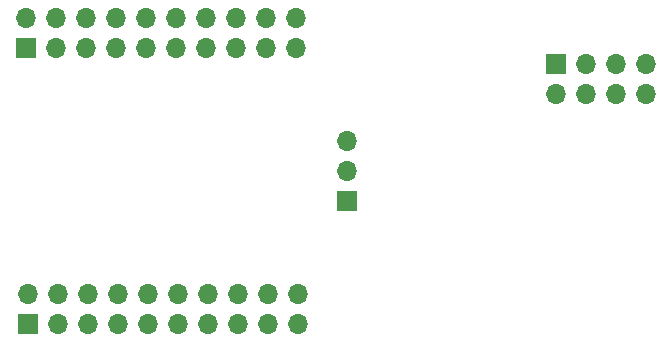
<source format=gbs>
G04 #@! TF.GenerationSoftware,KiCad,Pcbnew,(5.1.8)-1*
G04 #@! TF.CreationDate,2021-12-09T12:47:02+01:00*
G04 #@! TF.ProjectId,Prototyp,50726f74-6f74-4797-902e-6b696361645f,rev?*
G04 #@! TF.SameCoordinates,Original*
G04 #@! TF.FileFunction,Soldermask,Bot*
G04 #@! TF.FilePolarity,Negative*
%FSLAX46Y46*%
G04 Gerber Fmt 4.6, Leading zero omitted, Abs format (unit mm)*
G04 Created by KiCad (PCBNEW (5.1.8)-1) date 2021-12-09 12:47:02*
%MOMM*%
%LPD*%
G01*
G04 APERTURE LIST*
%ADD10O,1.700000X1.700000*%
%ADD11R,1.700000X1.700000*%
G04 APERTURE END LIST*
D10*
X243332000Y-109347000D03*
X243332000Y-106807000D03*
X240792000Y-109347000D03*
X240792000Y-106807000D03*
X238252000Y-109347000D03*
X238252000Y-106807000D03*
X235712000Y-109347000D03*
D11*
X235712000Y-106807000D03*
D10*
X218059000Y-113284000D03*
X218059000Y-115824000D03*
D11*
X218059000Y-118364000D03*
D10*
X213741000Y-102870000D03*
X213741000Y-105410000D03*
X211201000Y-102870000D03*
X211201000Y-105410000D03*
X208661000Y-102870000D03*
X208661000Y-105410000D03*
X206121000Y-102870000D03*
X206121000Y-105410000D03*
X203581000Y-102870000D03*
X203581000Y-105410000D03*
X201041000Y-102870000D03*
X201041000Y-105410000D03*
X198501000Y-102870000D03*
X198501000Y-105410000D03*
X195961000Y-102870000D03*
X195961000Y-105410000D03*
X193421000Y-102870000D03*
X193421000Y-105410000D03*
X190881000Y-102870000D03*
D11*
X190881000Y-105410000D03*
D10*
X213868000Y-126238000D03*
X213868000Y-128778000D03*
X211328000Y-126238000D03*
X211328000Y-128778000D03*
X208788000Y-126238000D03*
X208788000Y-128778000D03*
X206248000Y-126238000D03*
X206248000Y-128778000D03*
X203708000Y-126238000D03*
X203708000Y-128778000D03*
X201168000Y-126238000D03*
X201168000Y-128778000D03*
X198628000Y-126238000D03*
X198628000Y-128778000D03*
X196088000Y-126238000D03*
X196088000Y-128778000D03*
X193548000Y-126238000D03*
X193548000Y-128778000D03*
X191008000Y-126238000D03*
D11*
X191008000Y-128778000D03*
M02*

</source>
